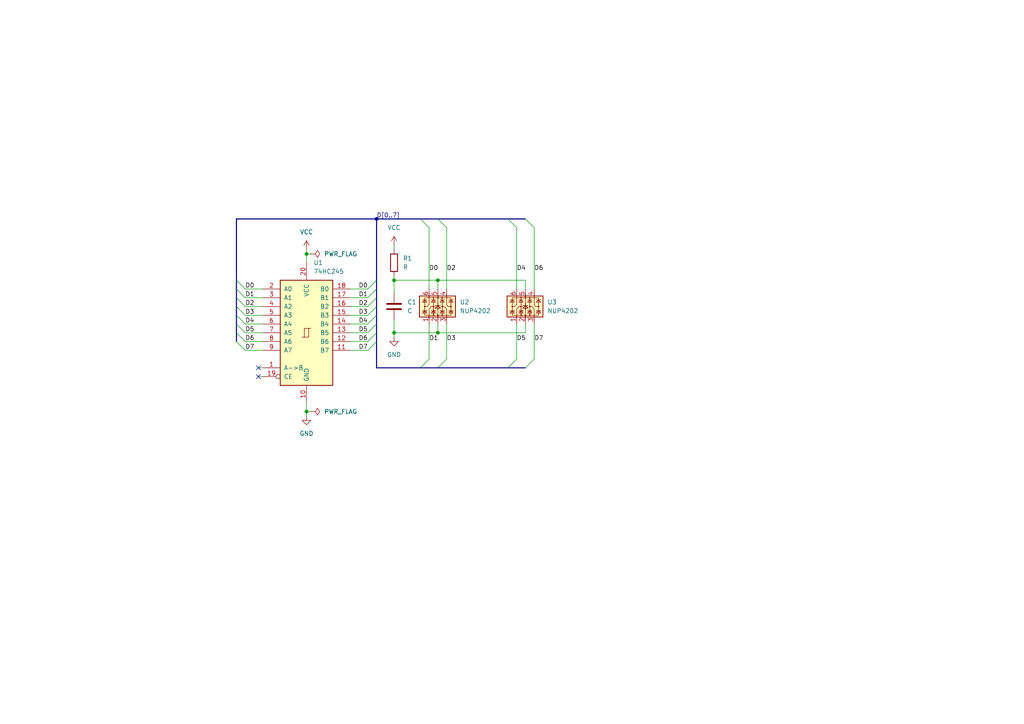
<source format=kicad_sch>
(kicad_sch (version 20211123) (generator eeschema)
  (paper "A4")
  (title_block (title "${title}") (rev "${revision}") (company "${company}") (comment 1 "author: ${author}") (comment 2 "pid: ${pid}"))
  (lib_symbols
    (symbol "74xx:74HC245" (pin_names (offset 1.016))
      (property "Reference" "U" (at -7.62 16.51 0))
      (property "Value" "74HC245" (at -7.62 -16.51 0))
      (symbol "74HC245_1_0"
        (polyline (pts (xy -0.635 -1.27) (xy -0.635 1.27) (xy 0.635 1.27)))
        (polyline (pts (xy -1.27 -1.27) (xy 0.635 -1.27) (xy 0.635 1.27) (xy 1.27 1.27)))
        (pin input line (at -12.7 -10.16 0) (length 5.08) (name "A->B") (number "1"))
        (pin power_in line (at 0 -20.32 90) (length 5.08) (name "GND") (number "10"))
        (pin tri_state line (at 12.7 -5.08 180) (length 5.08) (name "B7") (number "11"))
        (pin tri_state line (at 12.7 -2.54 180) (length 5.08) (name "B6") (number "12"))
        (pin tri_state line (at 12.7 0 180) (length 5.08) (name "B5") (number "13"))
        (pin tri_state line (at 12.7 2.54 180) (length 5.08) (name "B4") (number "14"))
        (pin tri_state line (at 12.7 5.08 180) (length 5.08) (name "B3") (number "15"))
        (pin tri_state line (at 12.7 7.62 180) (length 5.08) (name "B2") (number "16"))
        (pin tri_state line (at 12.7 10.16 180) (length 5.08) (name "B1") (number "17"))
        (pin tri_state line (at 12.7 12.7 180) (length 5.08) (name "B0") (number "18"))
        (pin input inverted (at -12.7 -12.7 0) (length 5.08) (name "CE") (number "19"))
        (pin tri_state line (at -12.7 12.7 0) (length 5.08) (name "A0") (number "2"))
        (pin power_in line (at 0 20.32 270) (length 5.08) (name "VCC") (number "20"))
        (pin tri_state line (at -12.7 10.16 0) (length 5.08) (name "A1") (number "3"))
        (pin tri_state line (at -12.7 7.62 0) (length 5.08) (name "A2") (number "4"))
        (pin tri_state line (at -12.7 5.08 0) (length 5.08) (name "A3") (number "5"))
        (pin tri_state line (at -12.7 2.54 0) (length 5.08) (name "A4") (number "6"))
        (pin tri_state line (at -12.7 0 0) (length 5.08) (name "A5") (number "7"))
        (pin tri_state line (at -12.7 -2.54 0) (length 5.08) (name "A6") (number "8"))
        (pin tri_state line (at -12.7 -5.08 0) (length 5.08) (name "A7") (number "9"))
      )
      (symbol "74HC245_1_1"
        (rectangle (start -7.62 15.24) (end 7.62 -15.24) (stroke (width 0.254)) (fill (type background)))
      )
    )
    (symbol "Device:C" (pin_numbers hide) (pin_names (offset 0.254))
      (property "Reference" "C" (at 0.635 2.54 0))
      (property "Value" "C" (at 0.635 -2.54 0))
      (symbol "C_0_1"
        (polyline (pts (xy -2.032 -0.762) (xy 2.032 -0.762)) (stroke (width 0.508)))
        (polyline (pts (xy -2.032 0.762) (xy 2.032 0.762)) (stroke (width 0.508)))
      )
      (symbol "C_1_1"
        (pin passive line (at 0 3.81 270) (length 2.794) (name "~") (number "1"))
        (pin passive line (at 0 -3.81 90) (length 2.794) (name "~") (number "2"))
      )
    )
    (symbol "Device:R" (pin_numbers hide) (pin_names (offset 0))
      (property "Reference" "R" (at 2.032 0 90))
      (property "Value" "R" (at 0 0 90))
      (symbol "R_0_1"
        (rectangle (start -1.016 -2.54) (end 1.016 2.54) (stroke (width 0.254)))
      )
      (symbol "R_1_1"
        (pin passive line (at 0 3.81 270) (length 1.27) (name "~") (number "1"))
        (pin passive line (at 0 -3.81 90) (length 1.27) (name "~") (number "2"))
      )
    )
    (symbol "Power_Protection:NUP4202"
      (property "Reference" "U" (at -6.985 -2.54 0))
      (property "Value" "NUP4202" (at 6.35 1.27 90))
      (symbol "NUP4202_0_1"
        (rectangle (start -5.334 3.048) (end 5.08 -3.048) (stroke (width 0.254)) (fill (type background)))
        (circle (center -3.81 0) (radius 0.127))
        (circle (center -3.81 0) (radius 0.127))
        (circle (center -1.27 -2.54) (radius 0.127))
        (circle (center -1.27 -2.54) (radius 0.127))
        (circle (center -1.27 0) (radius 0.127))
        (circle (center -1.27 0) (radius 0.127))
        (circle (center -1.27 2.54) (radius 0.127))
        (circle (center -1.27 2.54) (radius 0.127))
        (circle (center 0 -2.54) (radius 0.127))
        (circle (center 0 -2.54) (radius 0.127))
        (polyline (pts (xy -4.445 -1.27) (xy -3.175 -1.27)))
        (polyline (pts (xy -4.445 -1.27) (xy -3.175 -1.27)))
        (polyline (pts (xy -4.445 1.905) (xy -3.175 1.905)))
        (polyline (pts (xy -3.81 -2.54) (xy -3.81 -0.635)))
        (polyline (pts (xy -3.81 -2.54) (xy 3.81 -2.54)))
        (polyline (pts (xy -3.81 -0.635) (xy -3.81 0.635)))
        (polyline (pts (xy -3.81 0.635) (xy -3.81 2.54)))
        (polyline (pts (xy -3.81 2.54) (xy 3.81 2.54)))
        (polyline (pts (xy -3.81 2.54) (xy 3.81 2.54)))
        (polyline (pts (xy -1.905 -1.27) (xy -0.635 -1.27)))
        (polyline (pts (xy -1.905 -1.27) (xy -0.635 -1.27)))
        (polyline (pts (xy -1.905 1.905) (xy -0.635 1.905)))
        (polyline (pts (xy -1.27 -2.54) (xy -1.27 -0.635)))
        (polyline (pts (xy -1.27 -2.54) (xy -1.27 -0.635)))
        (polyline (pts (xy -1.27 0.635) (xy -1.27 -0.635)))
        (polyline (pts (xy -1.27 0.635) (xy -1.27 2.54)))
        (polyline (pts (xy 0 -0.889) (xy 0 -3.81)))
        (polyline (pts (xy 0 -0.889) (xy 0 1.016)))
        (polyline (pts (xy 0 -0.889) (xy 0 1.016)))
        (polyline (pts (xy 0 1.016) (xy 0 3.81)))
        (polyline (pts (xy 0.635 -1.27) (xy 1.905 -1.27)))
        (polyline (pts (xy 0.635 -1.27) (xy 1.905 -1.27)))
        (polyline (pts (xy 0.635 1.905) (xy 1.905 1.905)))
        (polyline (pts (xy 1.27 -2.54) (xy 1.27 -0.635)))
        (polyline (pts (xy 1.27 -2.54) (xy 1.27 -0.635)))
        (polyline (pts (xy 1.27 0.635) (xy 1.27 -0.635)))
        (polyline (pts (xy 1.27 0.635) (xy 1.27 2.54)))
        (polyline (pts (xy 3.175 -1.27) (xy 4.445 -1.27)))
        (polyline (pts (xy 3.175 -1.27) (xy 4.445 -1.27)))
        (polyline (pts (xy 3.175 1.905) (xy 4.445 1.905)))
        (polyline (pts (xy 3.81 -2.54) (xy 3.81 -0.635)))
        (polyline (pts (xy 3.81 0.635) (xy 3.81 -0.635)))
        (polyline (pts (xy 3.81 0.635) (xy 3.81 2.54)))
        (polyline (pts (xy 0.762 0.254) (xy -0.762 0.254) (xy -0.762 0)))
        (polyline (pts (xy -4.445 -1.905) (xy -3.175 -1.905) (xy -3.81 -1.27) (xy -4.445 -1.905)))
        (polyline (pts (xy -4.445 1.27) (xy -3.175 1.27) (xy -3.81 1.905) (xy -4.445 1.27)))
        (polyline (pts (xy -2.54 -3.81) (xy -2.54 -0.762) (xy -1.905 0) (xy -1.27 0)))
        (polyline (pts (xy -2.54 3.81) (xy -2.54 0.635) (xy -3.048 0) (xy -3.937 0)))
        (polyline (pts (xy -1.905 -1.905) (xy -0.635 -1.905) (xy -1.27 -1.27) (xy -1.905 -1.905)))
        (polyline (pts (xy -1.905 1.27) (xy -0.635 1.27) (xy -1.27 1.905) (xy -1.905 1.27)))
        (polyline (pts (xy -0.762 -0.508) (xy 0.762 -0.508) (xy 0 0.254) (xy -0.762 -0.508)))
        (polyline (pts (xy -0.762 -0.508) (xy 0.762 -0.508) (xy 0 0.254) (xy -0.762 -0.508)))
        (polyline (pts (xy 0.635 -1.905) (xy 1.905 -1.905) (xy 1.27 -1.27) (xy 0.635 -1.905)))
        (polyline (pts (xy 0.635 1.27) (xy 1.905 1.27) (xy 1.27 1.905) (xy 0.635 1.27)))
        (polyline (pts (xy 2.54 -3.81) (xy 2.54 -0.762) (xy 1.905 0) (xy 1.143 0)))
        (polyline (pts (xy 2.54 3.81) (xy 2.54 0.508) (xy 2.921 0) (xy 3.81 0)))
        (polyline (pts (xy 3.175 -1.905) (xy 4.445 -1.905) (xy 3.81 -1.27) (xy 3.175 -1.905)))
        (polyline (pts (xy 3.175 1.27) (xy 4.445 1.27) (xy 3.81 1.905) (xy 3.175 1.27)))
        (circle (center 0 2.54) (radius 0.127))
        (circle (center 0 2.54) (radius 0.127))
        (circle (center 1.27 -2.54) (radius 0.127))
        (circle (center 1.27 -2.54) (radius 0.127))
        (circle (center 1.27 0) (radius 0.127))
        (circle (center 1.27 0) (radius 0.127))
        (circle (center 1.27 2.54) (radius 0.127))
        (circle (center 1.27 2.54) (radius 0.127))
        (circle (center 3.81 0) (radius 0.127))
        (circle (center 3.81 0) (radius 0.127))
      )
      (symbol "NUP4202_1_1"
        (pin passive line (at -2.54 -5.08 90) (length 2.54) (name "~") (number "1"))
        (pin passive line (at 0 -5.08 90) (length 2.54) (name "~") (number "2"))
        (pin passive line (at 2.54 -5.08 90) (length 2.54) (name "~") (number "3"))
        (pin passive line (at 2.54 5.08 270) (length 2.54) (name "~") (number "4"))
        (pin passive line (at 0 5.08 270) (length 2.54) (name "~") (number "5"))
        (pin passive line (at -2.54 5.08 270) (length 2.54) (name "~") (number "6"))
      )
    )
    (symbol "power:GND" (power) (pin_names (offset 0))
      (property "Value" "GND" (at 0 -3.81 0))
      (symbol "GND_0_1"
        (polyline (pts (xy 0 0) (xy 0 -1.27) (xy 1.27 -1.27) (xy 0 -2.54) (xy -1.27 -1.27) (xy 0 -1.27)))
      )
      (symbol "GND_1_1"
        (pin power_in line (at 0 0 270) (length 0) hide (name "GND") (number "1"))
      )
    )
    (symbol "power:PWR_FLAG" (power) (pin_numbers hide) (pin_names (offset 0) hide)
      (property "Value" "PWR_FLAG" (at 0 3.81 0))
      (symbol "PWR_FLAG_0_0"
        (pin power_out line (at 0 0 90) (length 0) (name "pwr") (number "1"))
      )
      (symbol "PWR_FLAG_0_1"
        (polyline (pts (xy 0 0) (xy 0 1.27) (xy -1.016 1.905) (xy 0 2.54) (xy 1.016 1.905) (xy 0 1.27)))
      )
    )
    (symbol "power:VCC" (power) (pin_names (offset 0))
      (property "Value" "VCC" (at 0 3.81 0))
      (symbol "VCC_0_1"
        (polyline (pts (xy -0.762 1.27) (xy 0 2.54)))
        (polyline (pts (xy 0 0) (xy 0 2.54)))
        (polyline (pts (xy 0 2.54) (xy 0.762 1.27)))
      )
      (symbol "VCC_1_1"
        (pin power_in line (at 0 0 90) (length 0) hide (name "VCC") (number "1"))
      )
    )
  )
  (junction (at 88.9 119.38))
  (junction (at 114.3 81.28))
  (junction (at 109.22 63.5))
  (junction (at 127 81.28))
  (junction (at 88.9 73.66))
  (junction (at 127 96.52))
  (junction (at 114.3 96.52))
  (no_connect (at 74.93 109.22))
  (no_connect (at 74.93 106.68))
  (bus_entry (at 109.22 88.9) (size -2.54 2.54))
  (bus_entry (at 127 106.68) (size 2.54 -2.54))
  (bus_entry (at 68.58 81.28) (size 2.54 2.54))
  (bus_entry (at 127 63.5) (size 2.54 2.54))
  (bus_entry (at 68.58 96.52) (size 2.54 2.54))
  (bus_entry (at 152.4 106.68) (size 2.54 -2.54))
  (bus_entry (at 147.32 106.68) (size 2.54 -2.54))
  (bus_entry (at 68.58 88.9) (size 2.54 2.54))
  (bus_entry (at 68.58 86.36) (size 2.54 2.54))
  (bus_entry (at 68.58 99.06) (size 2.54 2.54))
  (bus_entry (at 68.58 91.44) (size 2.54 2.54))
  (bus_entry (at 109.22 81.28) (size -2.54 2.54))
  (bus_entry (at 109.22 83.82) (size -2.54 2.54))
  (bus_entry (at 109.22 99.06) (size -2.54 2.54))
  (bus_entry (at 152.4 63.5) (size 2.54 2.54))
  (bus_entry (at 109.22 86.36) (size -2.54 2.54))
  (bus_entry (at 121.92 106.68) (size 2.54 -2.54))
  (bus_entry (at 147.32 63.5) (size 2.54 2.54))
  (bus_entry (at 109.22 96.52) (size -2.54 2.54))
  (bus_entry (at 109.22 91.44) (size -2.54 2.54))
  (bus_entry (at 109.22 93.98) (size -2.54 2.54))
  (bus_entry (at 68.58 93.98) (size 2.54 2.54))
  (bus_entry (at 68.58 83.82) (size 2.54 2.54))
  (bus_entry (at 121.92 63.5) (size 2.54 2.54))
  (bus (pts (xy 109.22 91.44) (xy 109.22 93.98)))
  (wire (pts (xy 71.12 88.9) (xy 76.2 88.9)))
  (bus (pts (xy 109.22 63.5) (xy 109.22 81.28)))
  (wire (pts (xy 101.6 101.6) (xy 106.68 101.6)))
  (wire (pts (xy 71.12 86.36) (xy 76.2 86.36)))
  (wire (pts (xy 74.93 109.22) (xy 76.2 109.22)))
  (wire (pts (xy 71.12 101.6) (xy 76.2 101.6)))
  (bus (pts (xy 68.58 99.06) (xy 68.58 96.52)))
  (bus (pts (xy 68.58 93.98) (xy 68.58 91.44)))
  (wire (pts (xy 114.3 85.09) (xy 114.3 81.28)))
  (wire (pts (xy 71.12 99.06) (xy 76.2 99.06)))
  (wire (pts (xy 101.6 93.98) (xy 106.68 93.98)))
  (wire (pts (xy 101.6 96.52) (xy 106.68 96.52)))
  (wire (pts (xy 101.6 88.9) (xy 106.68 88.9)))
  (bus (pts (xy 147.32 63.5) (xy 152.4 63.5)))
  (wire (pts (xy 88.9 116.84) (xy 88.9 119.38)))
  (wire (pts (xy 114.3 71.12) (xy 114.3 72.39)))
  (wire (pts (xy 71.12 91.44) (xy 76.2 91.44)))
  (wire (pts (xy 88.9 119.38) (xy 90.17 119.38)))
  (wire (pts (xy 152.4 96.52) (xy 152.4 93.98)))
  (bus (pts (xy 68.58 91.44) (xy 68.58 88.9)))
  (wire (pts (xy 88.9 73.66) (xy 90.17 73.66)))
  (bus (pts (xy 109.22 88.9) (xy 109.22 91.44)))
  (wire (pts (xy 71.12 83.82) (xy 76.2 83.82)))
  (wire (pts (xy 152.4 81.28) (xy 152.4 83.82)))
  (bus (pts (xy 127 106.68) (xy 147.32 106.68)))
  (bus (pts (xy 109.22 81.28) (xy 109.22 83.82)))
  (wire (pts (xy 71.12 96.52) (xy 76.2 96.52)))
  (bus (pts (xy 147.32 106.68) (xy 152.4 106.68)))
  (bus (pts (xy 68.58 83.82) (xy 68.58 81.28)))
  (bus (pts (xy 127 63.5) (xy 147.32 63.5)))
  (wire (pts (xy 88.9 72.39) (xy 88.9 73.66)))
  (wire (pts (xy 74.93 106.68) (xy 76.2 106.68)))
  (wire (pts (xy 101.6 91.44) (xy 106.68 91.44)))
  (wire (pts (xy 149.86 93.98) (xy 149.86 104.14)))
  (bus (pts (xy 109.22 86.36) (xy 109.22 88.9)))
  (wire (pts (xy 114.3 96.52) (xy 127 96.52)))
  (wire (pts (xy 124.46 66.04) (xy 124.46 83.82)))
  (wire (pts (xy 154.94 66.04) (xy 154.94 83.82)))
  (bus (pts (xy 109.22 99.06) (xy 109.22 106.68)))
  (bus (pts (xy 109.22 93.98) (xy 109.22 96.52)))
  (wire (pts (xy 127 96.52) (xy 127 93.98)))
  (wire (pts (xy 129.54 93.98) (xy 129.54 104.14)))
  (wire (pts (xy 88.9 73.66) (xy 88.9 76.2)))
  (wire (pts (xy 101.6 86.36) (xy 106.68 86.36)))
  (wire (pts (xy 114.3 81.28) (xy 127 81.28)))
  (bus (pts (xy 109.22 63.5) (xy 121.92 63.5)))
  (bus (pts (xy 109.22 106.68) (xy 121.92 106.68)))
  (bus (pts (xy 68.58 63.5) (xy 109.22 63.5)))
  (wire (pts (xy 114.3 96.52) (xy 114.3 97.79)))
  (wire (pts (xy 101.6 83.82) (xy 106.68 83.82)))
  (wire (pts (xy 149.86 66.04) (xy 149.86 83.82)))
  (wire (pts (xy 114.3 92.71) (xy 114.3 96.52)))
  (bus (pts (xy 68.58 96.52) (xy 68.58 93.98)))
  (wire (pts (xy 114.3 80.01) (xy 114.3 81.28)))
  (wire (pts (xy 127 81.28) (xy 127 83.82)))
  (wire (pts (xy 124.46 93.98) (xy 124.46 104.14)))
  (bus (pts (xy 121.92 63.5) (xy 127 63.5)))
  (bus (pts (xy 68.58 81.28) (xy 68.58 63.5)))
  (wire (pts (xy 129.54 66.04) (xy 129.54 83.82)))
  (wire (pts (xy 101.6 99.06) (xy 106.68 99.06)))
  (bus (pts (xy 68.58 88.9) (xy 68.58 86.36)))
  (bus (pts (xy 121.92 106.68) (xy 127 106.68)))
  (bus (pts (xy 68.58 86.36) (xy 68.58 83.82)))
  (wire (pts (xy 127 96.52) (xy 152.4 96.52)))
  (wire (pts (xy 88.9 119.38) (xy 88.9 120.65)))
  (bus (pts (xy 109.22 83.82) (xy 109.22 86.36)))
  (wire (pts (xy 154.94 93.98) (xy 154.94 104.14)))
  (bus (pts (xy 109.22 96.52) (xy 109.22 99.06)))
  (wire (pts (xy 71.12 93.98) (xy 76.2 93.98)))
  (wire (pts (xy 127 81.28) (xy 152.4 81.28)))
  (label "D7" (at 71.12 101.6 0))
  (label "D5" (at 106.68 96.52 180))
  (label "D0" (at 106.68 83.82 180))
  (label "D2" (at 129.54 78.74 0))
  (label "D6" (at 71.12 99.06 0))
  (label "D5" (at 71.12 96.52 0))
  (label "D5" (at 149.86 99.06 0))
  (label "D0" (at 124.46 78.74 0))
  (label "D6" (at 154.94 78.74 0))
  (label "D[0..7]" (at 109.22 63.5 0))
  (label "D1" (at 106.68 86.36 180))
  (label "D3" (at 106.68 91.44 180))
  (label "D4" (at 149.86 78.74 0))
  (label "D1" (at 71.12 86.36 0))
  (label "D2" (at 71.12 88.9 0))
  (label "D6" (at 106.68 99.06 180))
  (label "D0" (at 71.12 83.82 0))
  (label "D4" (at 71.12 93.98 0))
  (label "D3" (at 71.12 91.44 0))
  (label "D3" (at 129.54 99.06 0))
  (label "D2" (at 106.68 88.9 180))
  (label "D4" (at 106.68 93.98 180))
  (label "D1" (at 124.46 99.06 0))
  (label "D7" (at 154.94 99.06 0))
  (label "D7" (at 106.68 101.6 180))
  (symbol (lib_id "power:VCC") (at 114.3 71.12 0) (unit 1)
    (property "Reference" "#PWR03" (effects hide))
    (property "Value" "VCC" (at 114.3 66.04 0))
  )
  (symbol (lib_id "Device:R") (at 114.3 76.2 0) (unit 1)
    (property "Reference" "R1" (at 116.84 74.9299 0) (effects (justify left)))
    (property "Value" "R" (at 116.84 77.4699 0) (effects (justify left)))
    (property "Footprint" "Resistor_SMD:R_0402_1005Metric" (effects hide))
  )
  (symbol (lib_id "power:PWR_FLAG") (at 90.17 73.66 270) (unit 1)
    (property "Reference" "#FLG01" (effects hide))
    (property "Value" "PWR_FLAG" (at 93.98 73.6599 90) (effects (justify left)))
  )
  (symbol (lib_id "Power_Protection:NUP4202") (at 152.4 88.9 0) (unit 1)
    (property "Reference" "U3" (at 158.75 87.6299 0) (effects (justify left)))
    (property "Value" "NUP4202" (at 158.75 90.1699 0) (effects (justify left)))
    (property "Footprint" "Package_TO_SOT_SMD:SOT-363_SC-70-6" (effects hide))
    (property "Datasheet" "http://www.onsemi.com/pub_link/Collateral/NUP4202W1-D.PDF" (effects hide))
  )
  (symbol (lib_id "power:PWR_FLAG") (at 90.17 119.38 270) (unit 1)
    (property "Reference" "#FLG02" (effects hide))
    (property "Value" "PWR_FLAG" (at 93.98 119.3799 90) (effects (justify left)))
  )
  (symbol (lib_id "74xx:74HC245") (at 88.9 96.52 0) (unit 1)
    (property "Reference" "U1" (at 90.9194 76.2 0) (effects (justify left)))
    (property "Value" "74HC245" (at 90.9194 78.74 0) (effects (justify left)))
    (property "Footprint" "Package_SO:TSSOP-20_4.4x6.5mm_P0.65mm" (effects hide))
    (property "Datasheet" "http://www.ti.com/lit/gpn/sn74HC245" (effects hide))
  )
  (symbol (lib_id "power:GND") (at 114.3 97.79 0) (unit 1)
    (property "Reference" "#PWR04" (effects hide))
    (property "Value" "GND" (at 114.3 102.87 0))
  )
  (symbol (lib_id "Power_Protection:NUP4202") (at 127 88.9 0) (unit 1)
    (property "Reference" "U2" (at 133.35 87.6299 0) (effects (justify left)))
    (property "Value" "NUP4202" (at 133.35 90.1699 0) (effects (justify left)))
    (property "Footprint" "Package_TO_SOT_SMD:SOT-363_SC-70-6" (effects hide))
    (property "Datasheet" "http://www.onsemi.com/pub_link/Collateral/NUP4202W1-D.PDF" (effects hide))
  )
  (symbol (lib_id "Device:C") (at 114.3 88.9 0) (unit 1)
    (property "Reference" "C1" (at 118.11 87.6299 0) (effects (justify left)))
    (property "Value" "C" (at 118.11 90.1699 0) (effects (justify left)))
    (property "Footprint" "Capacitor_SMD:C_0402_1005Metric" (effects hide))
  )
  (symbol (lib_id "power:VCC") (at 88.9 72.39 0) (unit 1)
    (property "Reference" "#PWR01" (effects hide))
    (property "Value" "VCC" (at 88.9 67.31 0))
  )
  (symbol (lib_id "power:GND") (at 88.9 120.65 0) (unit 1)
    (property "Reference" "#PWR02" (effects hide))
    (property "Value" "GND" (at 88.9 125.73 0))
  )
)
</source>
